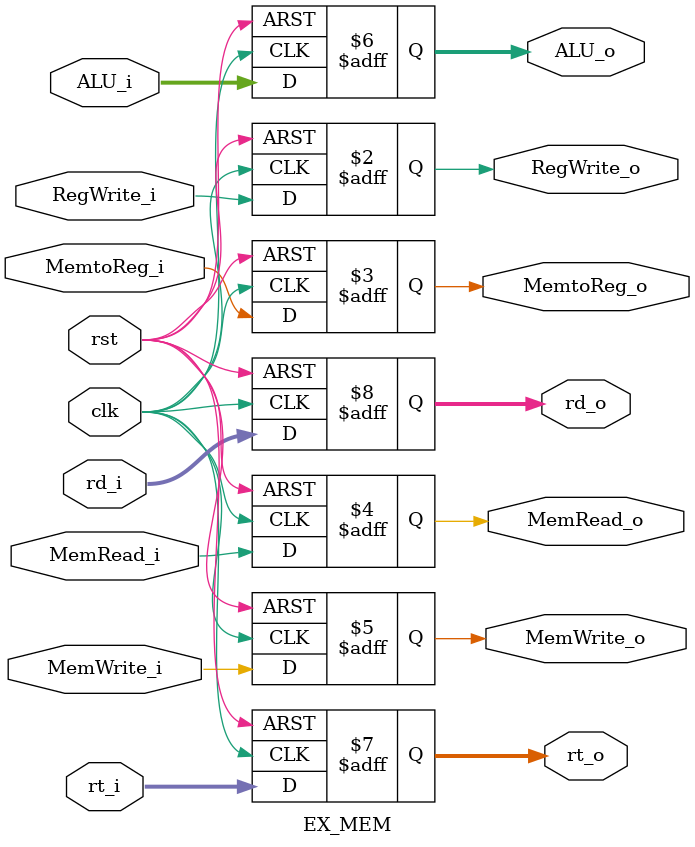
<source format=v>
module EX_MEM(
    input clk, rst,

    // Control
    input RegWrite_i, MemtoReg_i, MemRead_i, MemWrite_i,
    // ¬O§_¤¹³\§âµ²ªG¼g¦^ Register File (R-type, lw, immmediate)
    // WB ¶¥¬qªº mux ±±¨î ¨Ó¦Û°O¾ÐÅéÁÙ¬O ALU (ALU(0) / Memory(1, lw))
    // °O¾ÐÅé¬O§_­n°µ¡uÅª¨ú¡v°Ê§@ (lw(1) / sw, R-type(0))
    // °O¾ÐÅé¬O§_­n°µ¡u¼g¤J¡v°Ê§@ (sw(1) / lw, R-type(0))

    // Data
    input [31:0] ALU_i,    // ALU result (¹Bºâµ²ªG, memory address)
    input [31:0] rt_i,     // ¬°¤F sw ­n¼g¤J Data Memory ªº¸ê®Æ (²Ä¤G­Ómux¤U­±¨º±øOutput)
    input [4:0]  rd_i,     // ­n¼g¦^ªº¼È¦s¾¹½s¸¹

    // Output
    output reg RegWrite_o, MemtoReg_o, MemRead_o, MemWrite_o,
    output reg [31:0] ALU_o,
    output reg [31:0] rt_o,
    output reg [4:0]  rd_o
);

always @(posedge clk or posedge rst) begin
    if (rst) begin
        {RegWrite_o, MemtoReg_o, MemRead_o, MemWrite_o} <= 0;
        ALU_o <= 0;
        rt_o  <= 0;
        rd_o  <= 0;
    end else begin
        RegWrite_o <= RegWrite_i;
        MemtoReg_o <= MemtoReg_i;
        MemRead_o  <= MemRead_i;
        MemWrite_o <= MemWrite_i;
    
        ALU_o <= ALU_i;
        rt_o  <= rt_i;
        rd_o  <= rd_i;
    end
end

endmodule

</source>
